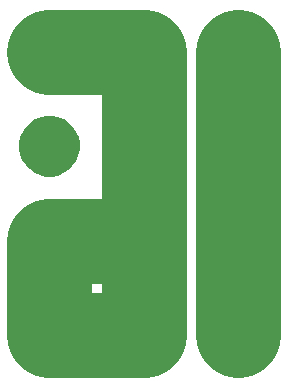
<source format=gbs>
%TF.GenerationSoftware,KiCad,Pcbnew,4.0.5-e0-6337~49~ubuntu16.04.1*%
%TF.CreationDate,2017-02-14T00:04:09-08:00*%
%TF.ProjectId,3x4-CR2032-Coin-Cell-Magnet,3378342D4352323033322D436F696E2D,1.0*%
%TF.FileFunction,Soldermask,Bot*%
%FSLAX46Y46*%
G04 Gerber Fmt 4.6, Leading zero omitted, Abs format (unit mm)*
G04 Created by KiCad (PCBNEW 4.0.5-e0-6337~49~ubuntu16.04.1) date Tue Feb 14 00:04:09 2017*
%MOMM*%
%LPD*%
G01*
G04 APERTURE LIST*
%ADD10C,0.350000*%
%ADD11C,7.200000*%
G04 APERTURE END LIST*
D10*
D11*
X29769800Y-49431400D02*
X21769800Y-49431400D01*
X29769800Y-73431400D02*
X29769800Y-49431400D01*
X21769800Y-65431400D02*
X29769800Y-65431400D01*
X37769800Y-49431400D02*
X37769800Y-73431400D01*
X21769800Y-73431400D02*
X29769800Y-73431400D01*
X21769800Y-73431400D02*
X21769800Y-65431400D01*
D10*
G36*
X30092910Y-70357247D02*
X30683855Y-70478551D01*
X31239998Y-70712332D01*
X31740134Y-71049678D01*
X32165221Y-71477743D01*
X32499066Y-71980221D01*
X32728956Y-72537976D01*
X32846064Y-73129414D01*
X32846064Y-73129424D01*
X32846131Y-73129763D01*
X32836510Y-73818816D01*
X32836433Y-73819154D01*
X32836433Y-73819162D01*
X32702857Y-74407101D01*
X32457485Y-74958216D01*
X32109737Y-75451178D01*
X31672862Y-75867209D01*
X31163500Y-76190461D01*
X30601054Y-76408619D01*
X30006947Y-76513376D01*
X29403803Y-76500742D01*
X28814600Y-76371197D01*
X28261782Y-76129677D01*
X27766407Y-75785382D01*
X27347337Y-75351423D01*
X27020538Y-74844330D01*
X26798456Y-74283414D01*
X26689555Y-73690058D01*
X26697977Y-73086841D01*
X26823406Y-72496747D01*
X27061059Y-71942258D01*
X27401891Y-71444488D01*
X27832912Y-71022400D01*
X28337713Y-70692068D01*
X28897059Y-70466077D01*
X29489645Y-70353036D01*
X30092910Y-70357247D01*
X30092910Y-70357247D01*
G37*
G36*
X38092910Y-70357247D02*
X38683855Y-70478551D01*
X39239998Y-70712332D01*
X39740134Y-71049678D01*
X40165221Y-71477743D01*
X40499066Y-71980221D01*
X40728956Y-72537976D01*
X40846064Y-73129414D01*
X40846064Y-73129424D01*
X40846131Y-73129763D01*
X40836510Y-73818816D01*
X40836433Y-73819154D01*
X40836433Y-73819162D01*
X40702857Y-74407101D01*
X40457485Y-74958216D01*
X40109737Y-75451178D01*
X39672862Y-75867209D01*
X39163500Y-76190461D01*
X38601054Y-76408619D01*
X38006947Y-76513376D01*
X37403803Y-76500742D01*
X36814600Y-76371197D01*
X36261782Y-76129677D01*
X35766407Y-75785382D01*
X35347337Y-75351423D01*
X35020538Y-74844330D01*
X34798456Y-74283414D01*
X34689555Y-73690058D01*
X34697977Y-73086841D01*
X34823406Y-72496747D01*
X35061059Y-71942258D01*
X35401891Y-71444488D01*
X35832912Y-71022400D01*
X36337713Y-70692068D01*
X36897059Y-70466077D01*
X37489645Y-70353036D01*
X38092910Y-70357247D01*
X38092910Y-70357247D01*
G37*
G36*
X22092910Y-70357247D02*
X22683855Y-70478551D01*
X23239998Y-70712332D01*
X23740134Y-71049678D01*
X24165221Y-71477743D01*
X24499066Y-71980221D01*
X24728956Y-72537976D01*
X24846064Y-73129414D01*
X24846064Y-73129424D01*
X24846131Y-73129763D01*
X24836510Y-73818816D01*
X24836433Y-73819154D01*
X24836433Y-73819162D01*
X24702857Y-74407101D01*
X24457485Y-74958216D01*
X24109737Y-75451178D01*
X23672862Y-75867209D01*
X23163500Y-76190461D01*
X22601054Y-76408619D01*
X22006947Y-76513376D01*
X21403803Y-76500742D01*
X20814600Y-76371197D01*
X20261782Y-76129677D01*
X19766407Y-75785382D01*
X19347337Y-75351423D01*
X19020538Y-74844330D01*
X18798456Y-74283414D01*
X18689555Y-73690058D01*
X18697977Y-73086841D01*
X18823406Y-72496747D01*
X19061059Y-71942258D01*
X19401891Y-71444488D01*
X19832912Y-71022400D01*
X20337713Y-70692068D01*
X20897059Y-70466077D01*
X21489645Y-70353036D01*
X22092910Y-70357247D01*
X22092910Y-70357247D01*
G37*
G36*
X22092910Y-62357247D02*
X22683855Y-62478551D01*
X23239998Y-62712332D01*
X23740134Y-63049678D01*
X24165221Y-63477743D01*
X24499066Y-63980221D01*
X24728956Y-64537976D01*
X24846064Y-65129414D01*
X24846064Y-65129424D01*
X24846131Y-65129763D01*
X24836510Y-65818816D01*
X24836433Y-65819154D01*
X24836433Y-65819162D01*
X24702857Y-66407101D01*
X24457485Y-66958216D01*
X24109737Y-67451178D01*
X23672862Y-67867209D01*
X23163500Y-68190461D01*
X22601054Y-68408619D01*
X22006947Y-68513376D01*
X21403803Y-68500742D01*
X20814600Y-68371197D01*
X20261782Y-68129677D01*
X19766407Y-67785382D01*
X19347337Y-67351423D01*
X19020538Y-66844330D01*
X18798456Y-66283414D01*
X18689555Y-65690058D01*
X18697977Y-65086841D01*
X18823406Y-64496747D01*
X19061059Y-63942258D01*
X19401891Y-63444488D01*
X19832912Y-63022400D01*
X20337713Y-62692068D01*
X20897059Y-62466077D01*
X21489645Y-62353036D01*
X22092910Y-62357247D01*
X22092910Y-62357247D01*
G37*
G36*
X38092910Y-62357247D02*
X38683855Y-62478551D01*
X39239998Y-62712332D01*
X39740134Y-63049678D01*
X40165221Y-63477743D01*
X40499066Y-63980221D01*
X40728956Y-64537976D01*
X40846064Y-65129414D01*
X40846064Y-65129424D01*
X40846131Y-65129763D01*
X40836510Y-65818816D01*
X40836433Y-65819154D01*
X40836433Y-65819162D01*
X40702857Y-66407101D01*
X40457485Y-66958216D01*
X40109737Y-67451178D01*
X39672862Y-67867209D01*
X39163500Y-68190461D01*
X38601054Y-68408619D01*
X38006947Y-68513376D01*
X37403803Y-68500742D01*
X36814600Y-68371197D01*
X36261782Y-68129677D01*
X35766407Y-67785382D01*
X35347337Y-67351423D01*
X35020538Y-66844330D01*
X34798456Y-66283414D01*
X34689555Y-65690058D01*
X34697977Y-65086841D01*
X34823406Y-64496747D01*
X35061059Y-63942258D01*
X35401891Y-63444488D01*
X35832912Y-63022400D01*
X36337713Y-62692068D01*
X36897059Y-62466077D01*
X37489645Y-62353036D01*
X38092910Y-62357247D01*
X38092910Y-62357247D01*
G37*
G36*
X30039343Y-62866907D02*
X30532315Y-62968100D01*
X30996256Y-63163123D01*
X31413475Y-63444541D01*
X31768088Y-63801637D01*
X32046585Y-64220810D01*
X32238362Y-64686095D01*
X32336043Y-65179422D01*
X32336043Y-65179432D01*
X32336110Y-65179771D01*
X32328084Y-65754586D01*
X32328007Y-65754924D01*
X32328007Y-65754933D01*
X32216589Y-66245342D01*
X32011898Y-66705087D01*
X31721802Y-67116322D01*
X31357356Y-67463380D01*
X30932442Y-67733039D01*
X30463240Y-67915030D01*
X29967631Y-68002420D01*
X29464481Y-67991880D01*
X28972961Y-67883812D01*
X28511794Y-67682333D01*
X28098547Y-67395119D01*
X27748954Y-67033105D01*
X27476335Y-66610082D01*
X27291071Y-66142159D01*
X27200225Y-65647176D01*
X27207250Y-65143965D01*
X27311885Y-64651702D01*
X27510138Y-64189141D01*
X27794463Y-63773895D01*
X28154026Y-63421785D01*
X28575137Y-63146218D01*
X29041750Y-62957694D01*
X29536091Y-62863394D01*
X30039343Y-62866907D01*
X30039343Y-62866907D01*
G37*
G36*
X30039343Y-54866907D02*
X30532315Y-54968100D01*
X30996256Y-55163123D01*
X31413475Y-55444541D01*
X31768088Y-55801637D01*
X32046585Y-56220810D01*
X32238362Y-56686095D01*
X32336043Y-57179422D01*
X32336043Y-57179432D01*
X32336110Y-57179771D01*
X32328084Y-57754586D01*
X32328007Y-57754924D01*
X32328007Y-57754933D01*
X32216589Y-58245342D01*
X32011898Y-58705087D01*
X31721802Y-59116322D01*
X31357356Y-59463380D01*
X30932442Y-59733039D01*
X30463240Y-59915030D01*
X29967631Y-60002420D01*
X29464481Y-59991880D01*
X28972961Y-59883812D01*
X28511794Y-59682333D01*
X28098547Y-59395119D01*
X27748954Y-59033105D01*
X27476335Y-58610082D01*
X27291071Y-58142159D01*
X27200225Y-57647176D01*
X27207250Y-57143965D01*
X27311885Y-56651702D01*
X27510138Y-56189141D01*
X27794463Y-55773895D01*
X28154026Y-55421785D01*
X28575137Y-55146218D01*
X29041750Y-54957694D01*
X29536091Y-54863394D01*
X30039343Y-54866907D01*
X30039343Y-54866907D01*
G37*
G36*
X38039343Y-54866907D02*
X38532315Y-54968100D01*
X38996256Y-55163123D01*
X39413475Y-55444541D01*
X39768088Y-55801637D01*
X40046585Y-56220810D01*
X40238362Y-56686095D01*
X40336043Y-57179422D01*
X40336043Y-57179432D01*
X40336110Y-57179771D01*
X40328084Y-57754586D01*
X40328007Y-57754924D01*
X40328007Y-57754933D01*
X40216589Y-58245342D01*
X40011898Y-58705087D01*
X39721802Y-59116322D01*
X39357356Y-59463380D01*
X38932442Y-59733039D01*
X38463240Y-59915030D01*
X37967631Y-60002420D01*
X37464481Y-59991880D01*
X36972961Y-59883812D01*
X36511794Y-59682333D01*
X36098547Y-59395119D01*
X35748954Y-59033105D01*
X35476335Y-58610082D01*
X35291071Y-58142159D01*
X35200225Y-57647176D01*
X35207250Y-57143965D01*
X35311885Y-56651702D01*
X35510138Y-56189141D01*
X35794463Y-55773895D01*
X36154026Y-55421785D01*
X36575137Y-55146218D01*
X37041750Y-54957694D01*
X37536091Y-54863394D01*
X38039343Y-54866907D01*
X38039343Y-54866907D01*
G37*
G36*
X22039343Y-54866907D02*
X22532315Y-54968100D01*
X22996256Y-55163123D01*
X23413475Y-55444541D01*
X23768088Y-55801637D01*
X24046585Y-56220810D01*
X24238362Y-56686095D01*
X24336043Y-57179422D01*
X24336043Y-57179432D01*
X24336110Y-57179771D01*
X24328084Y-57754586D01*
X24328007Y-57754924D01*
X24328007Y-57754933D01*
X24216589Y-58245342D01*
X24011898Y-58705087D01*
X23721802Y-59116322D01*
X23357356Y-59463380D01*
X22932442Y-59733039D01*
X22463240Y-59915030D01*
X21967631Y-60002420D01*
X21464481Y-59991880D01*
X20972961Y-59883812D01*
X20511794Y-59682333D01*
X20098547Y-59395119D01*
X19748954Y-59033105D01*
X19476335Y-58610082D01*
X19291071Y-58142159D01*
X19200225Y-57647176D01*
X19207250Y-57143965D01*
X19311885Y-56651702D01*
X19510138Y-56189141D01*
X19794463Y-55773895D01*
X20154026Y-55421785D01*
X20575137Y-55146218D01*
X21041750Y-54957694D01*
X21536091Y-54863394D01*
X22039343Y-54866907D01*
X22039343Y-54866907D01*
G37*
G36*
X38092910Y-46357247D02*
X38683855Y-46478551D01*
X39239998Y-46712332D01*
X39740134Y-47049678D01*
X40165221Y-47477743D01*
X40499066Y-47980221D01*
X40728956Y-48537976D01*
X40846064Y-49129414D01*
X40846064Y-49129424D01*
X40846131Y-49129763D01*
X40836510Y-49818816D01*
X40836433Y-49819154D01*
X40836433Y-49819162D01*
X40702857Y-50407101D01*
X40457485Y-50958216D01*
X40109737Y-51451178D01*
X39672862Y-51867209D01*
X39163500Y-52190461D01*
X38601054Y-52408619D01*
X38006947Y-52513376D01*
X37403803Y-52500742D01*
X36814600Y-52371197D01*
X36261782Y-52129677D01*
X35766407Y-51785382D01*
X35347337Y-51351423D01*
X35020538Y-50844330D01*
X34798456Y-50283414D01*
X34689555Y-49690058D01*
X34697977Y-49086841D01*
X34823406Y-48496747D01*
X35061059Y-47942258D01*
X35401891Y-47444488D01*
X35832912Y-47022400D01*
X36337713Y-46692068D01*
X36897059Y-46466077D01*
X37489645Y-46353036D01*
X38092910Y-46357247D01*
X38092910Y-46357247D01*
G37*
G36*
X22092910Y-46357247D02*
X22683855Y-46478551D01*
X23239998Y-46712332D01*
X23740134Y-47049678D01*
X24165221Y-47477743D01*
X24499066Y-47980221D01*
X24728956Y-48537976D01*
X24846064Y-49129414D01*
X24846064Y-49129424D01*
X24846131Y-49129763D01*
X24836510Y-49818816D01*
X24836433Y-49819154D01*
X24836433Y-49819162D01*
X24702857Y-50407101D01*
X24457485Y-50958216D01*
X24109737Y-51451178D01*
X23672862Y-51867209D01*
X23163500Y-52190461D01*
X22601054Y-52408619D01*
X22006947Y-52513376D01*
X21403803Y-52500742D01*
X20814600Y-52371197D01*
X20261782Y-52129677D01*
X19766407Y-51785382D01*
X19347337Y-51351423D01*
X19020538Y-50844330D01*
X18798456Y-50283414D01*
X18689555Y-49690058D01*
X18697977Y-49086841D01*
X18823406Y-48496747D01*
X19061059Y-47942258D01*
X19401891Y-47444488D01*
X19832912Y-47022400D01*
X20337713Y-46692068D01*
X20897059Y-46466077D01*
X21489645Y-46353036D01*
X22092910Y-46357247D01*
X22092910Y-46357247D01*
G37*
G36*
X30039343Y-46866907D02*
X30532315Y-46968100D01*
X30996256Y-47163123D01*
X31413475Y-47444541D01*
X31768088Y-47801637D01*
X32046585Y-48220810D01*
X32238362Y-48686095D01*
X32336043Y-49179422D01*
X32336043Y-49179432D01*
X32336110Y-49179771D01*
X32328084Y-49754586D01*
X32328007Y-49754924D01*
X32328007Y-49754933D01*
X32216589Y-50245342D01*
X32011898Y-50705087D01*
X31721802Y-51116322D01*
X31357356Y-51463380D01*
X30932442Y-51733039D01*
X30463240Y-51915030D01*
X29967631Y-52002420D01*
X29464481Y-51991880D01*
X28972961Y-51883812D01*
X28511794Y-51682333D01*
X28098547Y-51395119D01*
X27748954Y-51033105D01*
X27476335Y-50610082D01*
X27291071Y-50142159D01*
X27200225Y-49647176D01*
X27207250Y-49143965D01*
X27311885Y-48651702D01*
X27510138Y-48189141D01*
X27794463Y-47773895D01*
X28154026Y-47421785D01*
X28575137Y-47146218D01*
X29041750Y-46957694D01*
X29536091Y-46863394D01*
X30039343Y-46866907D01*
X30039343Y-46866907D01*
G37*
M02*

</source>
